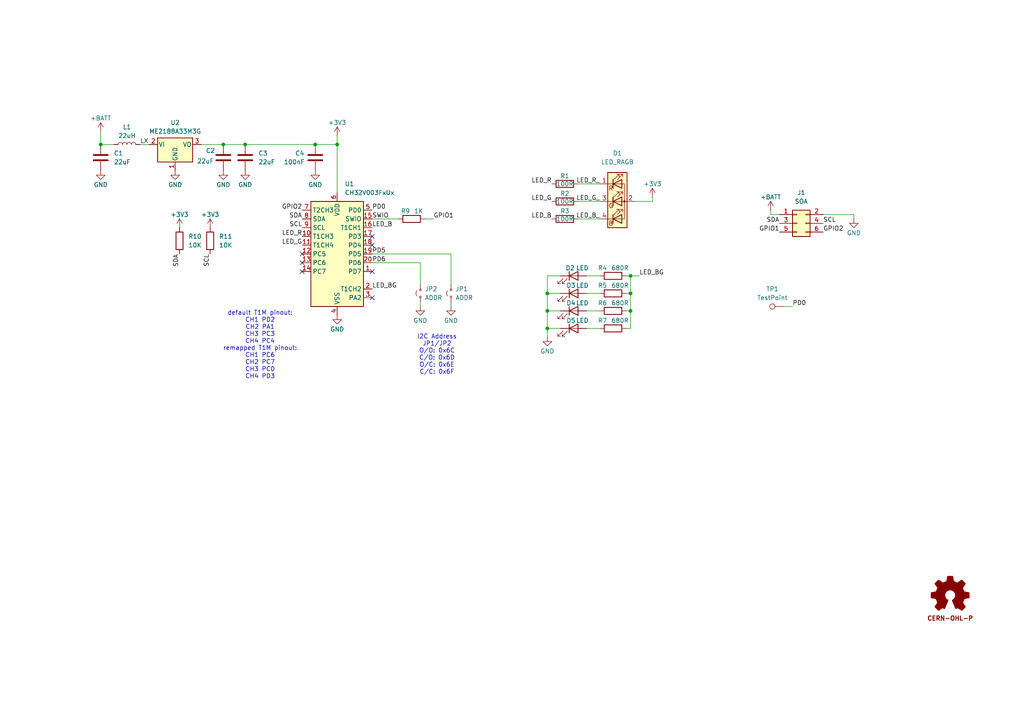
<source format=kicad_sch>
(kicad_sch (version 20231120) (generator "eeschema") (generator_version "8.0")
  (paper "A4")
  (title_block (title "duckJAWS") (date "2024-10-14") (rev "0.2") (company "©2024 Adrian Studer"))
  (lib_symbols
    (symbol "Connector:TestPoint" (pin_numbers hide) (pin_names (offset 0.762) hide)
      (property "Reference" "TP" (at 0 6.858 0))
      (property "Value" "TestPoint" (at 0 5.08 0))
      (symbol "TestPoint_0_1"
        (circle (center 0 3.302) (radius 0.762))
      )
      (symbol "TestPoint_1_1"
        (pin passive line (at 0 0 90) (length 2.54) (name "1") (number "1"))
      )
    )
    (symbol "Connector_Generic:Conn_02x03_Odd_Even" (pin_names (offset 1.016) hide)
      (property "Reference" "J" (at 1.27 5.08 0))
      (property "Value" "Conn_02x03_Odd_Even" (at 1.27 -5.08 0))
      (symbol "Conn_02x03_Odd_Even_1_1"
        (rectangle (start -1.27 -2.413) (end 0 -2.667) (stroke (width 0.1524)))
        (rectangle (start -1.27 0.127) (end 0 -0.127) (stroke (width 0.1524)))
        (rectangle (start -1.27 2.667) (end 0 2.413) (stroke (width 0.1524)))
        (rectangle (start -1.27 3.81) (end 3.81 -3.81) (stroke (width 0.254)) (fill (type background)))
        (rectangle (start 3.81 -2.413) (end 2.54 -2.667) (stroke (width 0.1524)))
        (rectangle (start 3.81 0.127) (end 2.54 -0.127) (stroke (width 0.1524)))
        (rectangle (start 3.81 2.667) (end 2.54 2.413) (stroke (width 0.1524)))
        (pin passive line (at -5.08 2.54 0) (length 3.81) (name "Pin_1") (number "1"))
        (pin passive line (at 7.62 2.54 180) (length 3.81) (name "Pin_2") (number "2"))
        (pin passive line (at -5.08 0 0) (length 3.81) (name "Pin_3") (number "3"))
        (pin passive line (at 7.62 0 180) (length 3.81) (name "Pin_4") (number "4"))
        (pin passive line (at -5.08 -2.54 0) (length 3.81) (name "Pin_5") (number "5"))
        (pin passive line (at 7.62 -2.54 180) (length 3.81) (name "Pin_6") (number "6"))
      )
    )
    (symbol "Device:C" (pin_numbers hide) (pin_names (offset 0.254))
      (property "Reference" "C" (at 0.635 2.54 0))
      (property "Value" "C" (at 0.635 -2.54 0))
      (symbol "C_0_1"
        (polyline (pts (xy -2.032 -0.762) (xy 2.032 -0.762)) (stroke (width 0.508)))
        (polyline (pts (xy -2.032 0.762) (xy 2.032 0.762)) (stroke (width 0.508)))
      )
      (symbol "C_1_1"
        (pin passive line (at 0 3.81 270) (length 2.794) (name "~") (number "1"))
        (pin passive line (at 0 -3.81 90) (length 2.794) (name "~") (number "2"))
      )
    )
    (symbol "Device:L" (pin_numbers hide) (pin_names (offset 1.016) hide)
      (property "Reference" "L" (at -1.27 0 90))
      (property "Value" "L" (at 1.905 0 90))
      (symbol "L_0_1"
        (arc (start 0 -2.54) (mid 0.6323 -1.905) (end 0 -1.27))
        (arc (start 0 -1.27) (mid 0.6323 -0.635) (end 0 0))
        (arc (start 0 0) (mid 0.6323 0.635) (end 0 1.27))
        (arc (start 0 1.27) (mid 0.6323 1.905) (end 0 2.54))
      )
      (symbol "L_1_1"
        (pin passive line (at 0 3.81 270) (length 1.27) (name "1") (number "1"))
        (pin passive line (at 0 -3.81 90) (length 1.27) (name "2") (number "2"))
      )
    )
    (symbol "Device:LED" (pin_numbers hide) (pin_names (offset 1.016) hide)
      (property "Reference" "D" (at 0 2.54 0))
      (property "Value" "LED" (at 0 -2.54 0))
      (symbol "LED_0_1"
        (polyline (pts (xy -1.27 -1.27) (xy -1.27 1.27)) (stroke (width 0.254)))
        (polyline (pts (xy -1.27 0) (xy 1.27 0)))
        (polyline (pts (xy 1.27 -1.27) (xy 1.27 1.27) (xy -1.27 0) (xy 1.27 -1.27)) (stroke (width 0.254)))
        (polyline (pts (xy -3.048 -0.762) (xy -4.572 -2.286) (xy -3.81 -2.286) (xy -4.572 -2.286) (xy -4.572 -1.524)))
        (polyline (pts (xy -1.778 -0.762) (xy -3.302 -2.286) (xy -2.54 -2.286) (xy -3.302 -2.286) (xy -3.302 -1.524)))
      )
      (symbol "LED_1_1"
        (pin passive line (at -3.81 0 0) (length 2.54) (name "K") (number "1"))
        (pin passive line (at 3.81 0 180) (length 2.54) (name "A") (number "2"))
      )
    )
    (symbol "Device:LED_RAGB" (pin_names (offset 0) hide)
      (property "Reference" "D" (at 0 9.398 0))
      (property "Value" "LED_RAGB" (at 0 -8.89 0))
      (symbol "LED_RAGB_0_0"
        (text "B" (at -1.905 -6.35 0) (effects (font (size 1.27 1.27))))
        (text "G" (at -1.905 -1.27 0) (effects (font (size 1.27 1.27))))
        (text "R" (at -1.905 3.81 0) (effects (font (size 1.27 1.27))))
      )
      (symbol "LED_RAGB_0_1"
        (polyline (pts (xy -1.27 -5.08) (xy -2.54 -5.08)))
        (polyline (pts (xy -1.27 -5.08) (xy 1.27 -5.08)))
        (polyline (pts (xy -1.27 -3.81) (xy -1.27 -6.35)) (stroke (width 0.254)))
        (polyline (pts (xy -1.27 0) (xy -2.54 0)))
        (polyline (pts (xy -1.27 1.27) (xy -1.27 -1.27)) (stroke (width 0.254)))
        (polyline (pts (xy -1.27 5.08) (xy -2.54 5.08)))
        (polyline (pts (xy -1.27 5.08) (xy 1.27 5.08)))
        (polyline (pts (xy -1.27 6.35) (xy -1.27 3.81)) (stroke (width 0.254)))
        (polyline (pts (xy 1.27 0) (xy -1.27 0)))
        (polyline (pts (xy 1.27 0) (xy 2.54 0)))
        (polyline (pts (xy -1.27 1.27) (xy -1.27 -1.27) (xy -1.27 -1.27)))
        (polyline (pts (xy -1.27 6.35) (xy -1.27 3.81) (xy -1.27 3.81)))
        (polyline (pts (xy 1.27 -5.08) (xy 2.032 -5.08) (xy 2.032 5.08) (xy 1.27 5.08)))
        (polyline (pts (xy 1.27 -3.81) (xy 1.27 -6.35) (xy -1.27 -5.08) (xy 1.27 -3.81)) (stroke (width 0.254)))
        (polyline (pts (xy 1.27 1.27) (xy 1.27 -1.27) (xy -1.27 0) (xy 1.27 1.27)) (stroke (width 0.254)))
        (polyline (pts (xy 1.27 6.35) (xy 1.27 3.81) (xy -1.27 5.08) (xy 1.27 6.35)) (stroke (width 0.254)))
        (polyline (pts (xy -1.016 -3.81) (xy 0.508 -2.286) (xy -0.254 -2.286) (xy 0.508 -2.286) (xy 0.508 -3.048)))
        (polyline (pts (xy -1.016 1.27) (xy 0.508 2.794) (xy -0.254 2.794) (xy 0.508 2.794) (xy 0.508 2.032)))
        (polyline (pts (xy -1.016 6.35) (xy 0.508 7.874) (xy -0.254 7.874) (xy 0.508 7.874) (xy 0.508 7.112)))
        (polyline (pts (xy 0 -3.81) (xy 1.524 -2.286) (xy 0.762 -2.286) (xy 1.524 -2.286) (xy 1.524 -3.048)))
        (polyline (pts (xy 0 1.27) (xy 1.524 2.794) (xy 0.762 2.794) (xy 1.524 2.794) (xy 1.524 2.032)))
        (polyline (pts (xy 0 6.35) (xy 1.524 7.874) (xy 0.762 7.874) (xy 1.524 7.874) (xy 1.524 7.112)))
        (rectangle (start 1.27 -1.27) (end 1.27 1.27))
        (rectangle (start 1.27 1.27) (end 1.27 1.27))
        (rectangle (start 1.27 3.81) (end 1.27 6.35))
        (rectangle (start 1.27 6.35) (end 1.27 6.35))
        (circle (center 2.032 0) (radius 0.254) (fill (type outline)))
        (rectangle (start 2.794 8.382) (end -2.794 -7.62) (stroke (width 0.254)) (fill (type background)))
      )
      (symbol "LED_RAGB_1_1"
        (pin passive line (at -5.08 5.08 0) (length 2.54) (name "RK") (number "1"))
        (pin passive line (at 5.08 0 180) (length 2.54) (name "A") (number "2"))
        (pin passive line (at -5.08 0 0) (length 2.54) (name "GK") (number "3"))
        (pin passive line (at -5.08 -5.08 0) (length 2.54) (name "BK") (number "4"))
      )
    )
    (symbol "Device:R" (pin_numbers hide) (pin_names (offset 0))
      (property "Reference" "R" (at 2.032 0 90))
      (property "Value" "R" (at 0 0 90))
      (symbol "R_0_1"
        (rectangle (start -1.016 -2.54) (end 1.016 2.54) (stroke (width 0.254)))
      )
      (symbol "R_1_1"
        (pin passive line (at 0 3.81 270) (length 1.27) (name "~") (number "1"))
        (pin passive line (at 0 -3.81 90) (length 1.27) (name "~") (number "2"))
      )
    )
    (symbol "Graphic:Logo_Open_Hardware_Small" (in_bom no) (on_board no)
      (symbol "Logo_Open_Hardware_Small_0_1"
        (polyline (pts (xy 3.3528 -4.3434) (xy 3.302 -4.318) (xy 3.175 -4.2418) (xy 2.9972 -4.1148) (xy 2.7686 -3.9624) (xy 2.54 -3.81) (xy 2.3622 -3.7084) (xy 2.2352 -3.6068) (xy 2.1844 -3.5814) (xy 2.159 -3.6068) (xy 2.0574 -3.6576) (xy 1.905 -3.7338) (xy 1.8034 -3.7846) (xy 1.6764 -3.8354) (xy 1.6002 -3.8354) (xy 1.6002 -3.8354) (xy 1.5494 -3.7338) (xy 1.4732 -3.5306) (xy 1.3462 -3.302) (xy 1.2446 -3.0226) (xy 1.1176 -2.7178) (xy 0.9652 -2.413) (xy 0.8636 -2.1082) (xy 0.7366 -1.8288) (xy 0.6604 -1.6256) (xy 0.6096 -1.4732) (xy 0.5842 -1.397) (xy 0.5842 -1.397) (xy 0.6604 -1.3208) (xy 0.7874 -1.2446) (xy 1.0414 -1.016) (xy 1.2954 -0.6858) (xy 1.4478 -0.3302) (xy 1.524 0.0762) (xy 1.4732 0.4572) (xy 1.3208 0.8128) (xy 1.0668 1.143) (xy 0.762 1.3716) (xy 0.4064 1.524) (xy 0 1.5748) (xy -0.381 1.5494) (xy -0.7366 1.397) (xy -1.0668 1.143) (xy -1.2192 0.9906) (xy -1.397 0.6604) (xy -1.524 0.3048) (xy -1.524 0.2286) (xy -1.4986 -0.1778) (xy -1.397 -0.5334) (xy -1.1938 -0.8636) (xy -0.9144 -1.143) (xy -0.8636 -1.1684) (xy -0.7366 -1.27) (xy -0.635 -1.3462) (xy -0.5842 -1.397) (xy -1.0668 -2.5908) (xy -1.143 -2.794) (xy -1.2954 -3.1242) (xy -1.397 -3.4036) (xy -1.4986 -3.6322) (xy -1.5748 -3.7846) (xy -1.6002 -3.8354) (xy -1.6002 -3.8354) (xy -1.651 -3.8354) (xy -1.7272 -3.81) (xy -1.905 -3.7338) (xy -2.0066 -3.683) (xy -2.1336 -3.6068) (xy -2.2098 -3.5814) (xy -2.2606 -3.6068) (xy -2.3622 -3.683) (xy -2.54 -3.81) (xy -2.7686 -3.9624) (xy -2.9718 -4.0894) (xy -3.1496 -4.2164) (xy -3.302 -4.318) (xy -3.3528 -4.3434) (xy -3.3782 -4.3434) (xy -3.429 -4.318) (xy -3.5306 -4.2164) (xy -3.7084 -4.064) (xy -3.937 -3.8354) (xy -3.9624 -3.81) (xy -4.1656 -3.6068) (xy -4.318 -3.4544) (xy -4.4196 -3.3274) (xy -4.445 -3.2766) (xy -4.445 -3.2766) (xy -4.4196 -3.2258) (xy -4.318 -3.0734) (xy -4.2164 -2.8956) (xy -4.064 -2.667) (xy -3.6576 -2.0828) (xy -3.8862 -1.5494) (xy -3.937 -1.3716) (xy -4.0386 -1.1684) (xy -4.0894 -1.0414) (xy -4.1148 -0.9652) (xy -4.191 -0.9398) (xy -4.318 -0.9144) (xy -4.5466 -0.8636) (xy -4.8006 -0.8128) (xy -5.0546 -0.7874) (xy -5.2578 -0.7366) (xy -5.4356 -0.7112) (xy -5.5118 -0.6858) (xy -5.5118 -0.6858) (xy -5.5372 -0.635) (xy -5.5372 -0.5588) (xy -5.5372 -0.4318) (xy -5.5626 -0.2286) (xy -5.5626 0.0762) (xy -5.5626 0.127) (xy -5.5372 0.4064) (xy -5.5372 0.635) (xy -5.5372 0.762) (xy -5.5372 0.8382) (xy -5.5372 0.8382) (xy -5.461 0.8382) (xy -5.3086 0.889) (xy -5.08 0.9144) (xy -4.826 0.9652) (xy -4.8006 0.9906) (xy -4.5466 1.0414) (xy -4.318 1.0668) (xy -4.1656 1.1176) (xy -4.0894 1.143) (xy -4.0894 1.143) (xy -4.0386 1.2446) (xy -3.9624 1.4224) (xy -3.8608 1.6256) (xy -3.7846 1.8288) (xy -3.7084 2.0066) (xy -3.6576 2.159) (xy -3.6322 2.2098) (xy -3.6322 2.2098) (xy -3.683 2.286) (xy -3.7592 2.413) (xy -3.8862 2.5908) (xy -4.064 2.8194) (xy -4.064 2.8448) (xy -4.2164 3.0734) (xy -4.3434 3.2512) (xy -4.4196 3.3782) (xy -4.445 3.4544) (xy -4.445 3.4544) (xy -4.3942 3.5052) (xy -4.2926 3.6322) (xy -4.1148 3.81) (xy -3.937 4.0132) (xy -3.8608 4.064) (xy -3.6576 4.2926) (xy -3.5052 4.4196) (xy -3.4036 4.4958) (xy -3.3528 4.5212) (xy -3.3528 4.5212) (xy -3.302 4.4704) (xy -3.1496 4.3688) (xy -2.9718 4.2418) (xy -2.7432 4.0894) (xy -2.7178 4.0894) (xy -2.4892 3.937) (xy -2.3114 3.81) (xy -2.1844 3.7084) (xy -2.1336 3.683) (xy -2.1082 3.683) (xy -2.032 3.7084) (xy -1.8542 3.7592) (xy -1.6764 3.8354) (xy -1.4732 3.937) (xy -1.27 4.0132) (xy -1.143 4.064) (xy -1.0668 4.1148) (xy -1.0668 4.1148) (xy -1.0414 4.191) (xy -1.016 4.3434) (xy -0.9652 4.572) (xy -0.9144 4.8514) (xy -0.889 4.9022) (xy -0.8382 5.1562) (xy -0.8128 5.3848) (xy -0.7874 5.5372) (xy -0.762 5.588) (xy -0.7112 5.6134) (xy -0.5842 5.6134) (xy -0.4064 5.6134) (xy -0.1524 5.6134) (xy 0.0762 5.6134) (xy 0.3302 5.6134) (xy 0.5334 5.6134) (xy 0.6858 5.588) (xy 0.7366 5.588) (xy 0.7366 5.588) (xy 0.762 5.5118) (xy 0.8128 5.334) (xy 0.8382 5.1054) (xy 0.9144 4.826) (xy 0.9144 4.7752) (xy 0.9652 4.5212) (xy 1.016 4.2926) (xy 1.0414 4.1402) (xy 1.0668 4.0894) (xy 1.0668 4.0894) (xy 1.1938 4.0386) (xy 1.3716 3.9624) (xy 1.5748 3.8608) (xy 2.0828 3.6576) (xy 2.7178 4.0894) (xy 2.7686 4.1402) (xy 2.9972 4.2926) (xy 3.175 4.4196) (xy 3.302 4.4958) (xy 3.3782 4.5212) (xy 3.3782 4.5212) (xy 3.429 4.4704) (xy 3.556 4.3434) (xy 3.7338 4.191) (xy 3.9116 3.9878) (xy 4.064 3.8354) (xy 4.2418 3.6576) (xy 4.3434 3.556) (xy 4.4196 3.4798) (xy 4.4196 3.429) (xy 4.4196 3.4036) (xy 4.3942 3.3274) (xy 4.2926 3.2004) (xy 4.1656 2.9972) (xy 4.0132 2.794) (xy 3.8862 2.5908) (xy 3.7592 2.3876) (xy 3.6576 2.2352) (xy 3.6322 2.159) (xy 3.6322 2.1336) (xy 3.683 2.0066) (xy 3.7592 1.8288) (xy 3.8608 1.6002) (xy 4.064 1.1176) (xy 4.3942 1.0414) (xy 4.5974 1.016) (xy 4.8768 0.9652) (xy 5.1308 0.9144) (xy 5.5372 0.8382) (xy 5.5626 -0.6604) (xy 5.4864 -0.6858) (xy 5.4356 -0.6858) (xy 5.2832 -0.7366) (xy 5.0546 -0.762) (xy 4.8006 -0.8128) (xy 4.5974 -0.8636) (xy 4.3688 -0.9144) (xy 4.2164 -0.9398) (xy 4.1402 -0.9398) (xy 4.1148 -0.9652) (xy 4.064 -1.0668) (xy 3.9878 -1.2446) (xy 3.9116 -1.4478) (xy 3.81 -1.651) (xy 3.7338 -1.8542) (xy 3.683 -2.0066) (xy 3.6576 -2.0828) (xy 3.683 -2.1336) (xy 3.7846 -2.2606) (xy 3.8862 -2.4638) (xy 4.0386 -2.667) (xy 4.191 -2.8956) (xy 4.318 -3.0734) (xy 4.3942 -3.2004) (xy 4.445 -3.2766) (xy 4.4196 -3.3274) (xy 4.3434 -3.429) (xy 4.1656 -3.5814) (xy 3.937 -3.8354) (xy 3.8862 -3.8608) (xy 3.683 -4.064) (xy 3.5306 -4.2164) (xy 3.4036 -4.318) (xy 3.3528 -4.3434)) (fill (type outline)))
      )
    )
    (symbol "Jumper:Jumper_2_Small_Open" (pin_numbers hide) (pin_names (offset 0) hide) (exclude_from_sim yes)
      (property "Reference" "JP" (at 0 2.794 0))
      (property "Value" "Jumper_2_Small_Open" (at 0 -2.286 0))
      (symbol "Jumper_2_Small_Open_0_0"
        (circle (center -1.016 0) (radius 0.254))
        (circle (center 1.016 0) (radius 0.254))
      )
      (symbol "Jumper_2_Small_Open_0_1"
        (arc (start 0.762 1.0196) (mid 0 1.2729) (end -0.762 1.0196))
      )
      (symbol "Jumper_2_Small_Open_1_1"
        (pin passive line (at -2.54 0 0) (length 1.27) (name "A") (number "1"))
        (pin passive line (at 2.54 0 180) (length 1.27) (name "B") (number "2"))
      )
    )
    (symbol "MCU_WCH_CH32V0:CH32V003FxUx"
      (property "Reference" "U" (at -7.62 17.78 0))
      (property "Value" "CH32V003FxUx" (at 7.62 17.78 0))
      (symbol "CH32V003FxUx_1_1"
        (rectangle (start -7.62 15.24) (end 7.62 -15.24) (stroke (width 0.254)) (fill (type background)))
        (pin bidirectional line (at 10.16 -5.08 180) (length 2.54) (name "PD7") (number "1"))
        (pin bidirectional line (at -10.16 5.08 0) (length 2.54) (name "PC3") (number "10") (alternate "T1CH3" bidirectional line))
        (pin bidirectional line (at -10.16 2.54 0) (length 2.54) (name "PC4") (number "11") (alternate "T1CH4" bidirectional line))
        (pin bidirectional line (at -10.16 0 0) (length 2.54) (name "PC5") (number "12"))
        (pin bidirectional line (at -10.16 -2.54 0) (length 2.54) (name "PC6") (number "13"))
        (pin bidirectional line (at -10.16 -5.08 0) (length 2.54) (name "PC7") (number "14") (alternate "" input line))
        (pin bidirectional line (at 10.16 10.16 180) (length 2.54) (name "PD1") (number "15") (alternate "SWIO" bidirectional line))
        (pin bidirectional line (at 10.16 7.62 180) (length 2.54) (name "PD2") (number "16") (alternate "T1CH1" bidirectional line))
        (pin bidirectional line (at 10.16 5.08 180) (length 2.54) (name "PD3") (number "17"))
        (pin bidirectional line (at 10.16 2.54 180) (length 2.54) (name "PD4") (number "18") (alternate "" input line))
        (pin bidirectional line (at 10.16 0 180) (length 2.54) (name "PD5") (number "19"))
        (pin bidirectional line (at 10.16 -10.16 180) (length 2.54) (name "PA1") (number "2") (alternate "T1CH2" bidirectional line))
        (pin bidirectional line (at 10.16 -2.54 180) (length 2.54) (name "PD6") (number "20"))
        (pin passive line (at 0 -17.78 90) (length 2.54) hide (name "VSS") (number "21"))
        (pin bidirectional line (at 10.16 -12.7 180) (length 2.54) (name "PA2") (number "3") (alternate "" input line))
        (pin power_in line (at 0 -17.78 90) (length 2.54) (name "VSS") (number "4"))
        (pin bidirectional line (at 10.16 12.7 180) (length 2.54) (name "PD0") (number "5") (alternate "" input line))
        (pin power_in line (at 0 17.78 270) (length 2.54) (name "VDD") (number "6"))
        (pin bidirectional line (at -10.16 12.7 0) (length 2.54) (name "PC0") (number "7") (alternate "T2CH3" bidirectional line))
        (pin bidirectional line (at -10.16 10.16 0) (length 2.54) (name "PC1") (number "8") (alternate "SDA" bidirectional line))
        (pin bidirectional line (at -10.16 7.62 0) (length 2.54) (name "PC2") (number "9") (alternate "SCL" bidirectional line))
      )
    )
    (symbol "Regulator_Linear:TPS7A0508PDBZ" (pin_names (offset 0.254))
      (property "Reference" "U2" (at 0 6.35 0))
      (property "Value" "ME2188A33M3G" (at 0 3.81 0))
      (symbol "TPS7A0508PDBZ_0_1"
        (rectangle (start -5.08 -5.08) (end 5.08 1.905) (stroke (width 0.254)) (fill (type background)))
      )
      (symbol "TPS7A0508PDBZ_1_1"
        (pin power_in line (at 0 -7.62 90) (length 2.54) (name "GND") (number "1"))
        (pin power_in line (at -7.62 0 0) (length 2.54) (name "VI") (number "2"))
        (pin power_out line (at 7.62 0 180) (length 2.54) (name "VO") (number "3"))
      )
    )
    (symbol "power:+3V3" (power) (pin_numbers hide) (pin_names (offset 0) hide)
      (property "Value" "+3V3" (at 0 3.556 0))
      (symbol "+3V3_0_1"
        (polyline (pts (xy -0.762 1.27) (xy 0 2.54)))
        (polyline (pts (xy 0 0) (xy 0 2.54)))
        (polyline (pts (xy 0 2.54) (xy 0.762 1.27)))
      )
      (symbol "+3V3_1_1"
        (pin power_in line (at 0 0 90) (length 0) (name "~") (number "1"))
      )
    )
    (symbol "power:+BATT" (power) (pin_numbers hide) (pin_names (offset 0) hide)
      (property "Value" "+BATT" (at 0 3.556 0))
      (symbol "+BATT_0_1"
        (polyline (pts (xy -0.762 1.27) (xy 0 2.54)))
        (polyline (pts (xy 0 0) (xy 0 2.54)))
        (polyline (pts (xy 0 2.54) (xy 0.762 1.27)))
      )
      (symbol "+BATT_1_1"
        (pin power_in line (at 0 0 90) (length 0) (name "~") (number "1"))
      )
    )
    (symbol "power:GND" (power) (pin_numbers hide) (pin_names (offset 0) hide)
      (property "Value" "GND" (at 0 -3.81 0))
      (symbol "GND_0_1"
        (polyline (pts (xy 0 0) (xy 0 -1.27) (xy 1.27 -1.27) (xy 0 -2.54) (xy -1.27 -1.27) (xy 0 -1.27)))
      )
      (symbol "GND_1_1"
        (pin power_in line (at 0 0 270) (length 0) (name "~") (number "1"))
      )
    )
  )
  (junction (at 64.77 41.91))
  (junction (at 158.75 95.25))
  (junction (at 182.88 80.01))
  (junction (at 182.88 90.17))
  (junction (at 97.79 41.91))
  (junction (at 158.75 90.17))
  (junction (at 29.21 41.91))
  (junction (at 182.88 85.09))
  (junction (at 71.12 41.91))
  (junction (at 91.44 41.91))
  (junction (at 158.75 85.09))
  (no_connect (at 87.63 78.74))
  (no_connect (at 107.95 78.74))
  (no_connect (at 107.95 71.12))
  (no_connect (at 107.95 86.36))
  (no_connect (at 87.63 76.2))
  (no_connect (at 107.95 68.58))
  (no_connect (at 87.63 73.66))
  (wire (pts (xy 29.21 41.91) (xy 33.02 41.91)))
  (wire (pts (xy 123.19 63.5) (xy 125.73 63.5)))
  (wire (pts (xy 181.61 95.25) (xy 182.88 95.25)))
  (wire (pts (xy 170.18 85.09) (xy 173.99 85.09)))
  (wire (pts (xy 189.23 58.42) (xy 184.15 58.42)))
  (wire (pts (xy 121.92 87.63) (xy 121.92 88.9)))
  (wire (pts (xy 130.81 73.66) (xy 130.81 82.55)))
  (wire (pts (xy 170.18 95.25) (xy 173.99 95.25)))
  (wire (pts (xy 130.81 87.63) (xy 130.81 88.9)))
  (wire (pts (xy 130.81 73.66) (xy 107.95 73.66)))
  (wire (pts (xy 158.75 85.09) (xy 162.56 85.09)))
  (wire (pts (xy 158.75 95.25) (xy 158.75 90.17)))
  (wire (pts (xy 29.21 38.1) (xy 29.21 41.91)))
  (wire (pts (xy 182.88 80.01) (xy 185.42 80.01)))
  (wire (pts (xy 158.75 90.17) (xy 162.56 90.17)))
  (wire (pts (xy 64.77 41.91) (xy 71.12 41.91)))
  (wire (pts (xy 181.61 90.17) (xy 182.88 90.17)))
  (wire (pts (xy 181.61 85.09) (xy 182.88 85.09)))
  (wire (pts (xy 97.79 39.37) (xy 97.79 41.91)))
  (wire (pts (xy 247.65 62.23) (xy 247.65 63.5)))
  (wire (pts (xy 223.52 62.23) (xy 223.52 60.96)))
  (wire (pts (xy 58.42 41.91) (xy 64.77 41.91)))
  (wire (pts (xy 97.79 55.88) (xy 97.79 41.91)))
  (wire (pts (xy 107.95 63.5) (xy 115.57 63.5)))
  (wire (pts (xy 167.64 53.34) (xy 173.99 53.34)))
  (wire (pts (xy 158.75 97.79) (xy 158.75 95.25)))
  (wire (pts (xy 182.88 90.17) (xy 182.88 85.09)))
  (wire (pts (xy 158.75 80.01) (xy 162.56 80.01)))
  (wire (pts (xy 158.75 90.17) (xy 158.75 85.09)))
  (wire (pts (xy 182.88 95.25) (xy 182.88 90.17)))
  (wire (pts (xy 238.76 62.23) (xy 247.65 62.23)))
  (wire (pts (xy 40.64 41.91) (xy 43.18 41.91)))
  (wire (pts (xy 167.64 63.5) (xy 173.99 63.5)))
  (wire (pts (xy 121.92 76.2) (xy 121.92 82.55)))
  (wire (pts (xy 71.12 41.91) (xy 91.44 41.91)))
  (wire (pts (xy 167.64 58.42) (xy 173.99 58.42)))
  (wire (pts (xy 158.75 95.25) (xy 162.56 95.25)))
  (wire (pts (xy 189.23 57.15) (xy 189.23 58.42)))
  (wire (pts (xy 182.88 85.09) (xy 182.88 80.01)))
  (wire (pts (xy 121.92 76.2) (xy 107.95 76.2)))
  (wire (pts (xy 227.33 88.9) (xy 229.87 88.9)))
  (wire (pts (xy 97.79 41.91) (xy 91.44 41.91)))
  (wire (pts (xy 170.18 80.01) (xy 173.99 80.01)))
  (wire (pts (xy 173.99 90.17) (xy 170.18 90.17)))
  (wire (pts (xy 226.06 62.23) (xy 223.52 62.23)))
  (wire (pts (xy 181.61 80.01) (xy 182.88 80.01)))
  (wire (pts (xy 158.75 85.09) (xy 158.75 80.01)))
  (text "I2C Address\nJP1/JP2\nO/O: 0x6C\nC/O: 0x6D\nO/C: 0x6E\nC/C: 0x6F\n" (at 126.746 102.87 0) (effects (font (size 1.27 1.27))))
  (text "default T1M pinout:\nCH1 PD2\nCH2 PA1\nCH3 PC3\nCH4 PC4\nremapped T1M pinout:\nCH1 PC6\nCH2 PC7\nCH3 PC0\nCH4 PD3" (at 75.438 100.076 0) (effects (font (size 1.27 1.27))))
  (text "CERN-OHL-P" (at 275.59 179.578 0) (effects (font (size 1.27 1.27) (thickness 0.254) (bold yes))))
  (label "LED_B" (at 107.95 66.04 0))
  (label "LED_BG" (at 107.95 83.82 0))
  (label "LED_R" (at 160.02 53.34 180))
  (label "PD5" (at 107.95 73.66 0))
  (label "SCL" (at 60.96 73.66 270))
  (label "LED_G_" (at 173.99 58.42 180))
  (label "LED_BG" (at 185.42 80.01 0))
  (label "LED_G" (at 87.63 71.12 180))
  (label "GPIO1" (at 226.06 67.31 180))
  (label "PD0" (at 229.87 88.9 0))
  (label "LED_B_" (at 173.99 63.5 180))
  (label "LED_R_" (at 173.99 53.34 180))
  (label "SDA" (at 226.06 64.77 180))
  (label "SWIO" (at 107.95 63.5 0))
  (label "LED_G" (at 160.02 58.42 180))
  (label "LED_R" (at 87.63 68.58 180))
  (label "PD0" (at 107.95 60.96 0))
  (label "GPIO2" (at 238.76 67.31 0))
  (label "LX" (at 40.64 41.91 0))
  (label "GPIO1" (at 125.73 63.5 0))
  (label "SDA" (at 87.63 63.5 180))
  (label "SDA" (at 52.07 73.66 270))
  (label "LED_B" (at 160.02 63.5 180))
  (label "SCL" (at 238.76 64.77 0))
  (label "PD6" (at 107.95 76.2 0))
  (label "GPIO2" (at 87.63 60.96 180))
  (label "SCL" (at 87.63 66.04 180))
  (symbol (lib_id "Device:LED") (at 166.37 90.17 0) (unit 1)
    (property "Reference" "D4" (at 165.608 87.884 0))
    (property "Value" "LED" (at 168.91 87.884 0))
    (property "Footprint" "LED_SMD:LED_Kingbright_APA1606_1.6x0.6mm_Horizontal" (effects (hide yes)))
    (property "Description" "Light emitting diode" (effects (hide yes)))
    (property "LCSC" "C409793" (effects (hide yes)))
  )
  (symbol (lib_id "power:GND") (at 64.77 49.53 0) (unit 1)
    (property "Reference" "#PWR06" (effects (hide yes)))
    (property "Value" "GND" (at 64.77 53.594 0))
    (property "Description" "Power symbol creates a global label with name \"GND\" , ground" (effects (hide yes)))
  )
  (symbol (lib_id "power:+3V3") (at 52.07 66.04 0) (unit 1)
    (property "Reference" "#PWR011" (effects (hide yes)))
    (property "Value" "+3V3" (at 52.07 62.23 0))
    (property "Description" "Power symbol creates a global label with name \"+3V3\"" (effects (hide yes)))
  )
  (symbol (lib_id "power:+3V3") (at 60.96 66.04 0) (unit 1)
    (property "Reference" "#PWR012" (effects (hide yes)))
    (property "Value" "+3V3" (at 60.96 62.23 0))
    (property "Description" "Power symbol creates a global label with name \"+3V3\"" (effects (hide yes)))
  )
  (symbol (lib_id "power:+3V3") (at 97.79 39.37 0) (unit 1)
    (property "Reference" "#PWR09" (effects (hide yes)))
    (property "Value" "+3V3" (at 97.79 35.56 0))
    (property "Description" "Power symbol creates a global label with name \"+3V3\"" (effects (hide yes)))
  )
  (symbol (lib_id "Device:R") (at 163.83 63.5 90) (unit 1)
    (property "Reference" "R3" (at 163.83 61.214 90))
    (property "Value" "100R" (at 163.83 63.5 90))
    (property "Footprint" "Resistor_SMD:R_0603_1608Metric" (effects (hide yes)))
    (property "Description" "Resistor" (effects (hide yes)))
    (property "LCSC" "C22775" (effects (hide yes)))
  )
  (symbol (lib_id "Device:R") (at 177.8 95.25 90) (unit 1)
    (property "Reference" "R7" (at 174.752 92.964 90))
    (property "Value" "680R" (at 179.832 92.964 90))
    (property "Footprint" "Resistor_SMD:R_0603_1608Metric" (effects (hide yes)))
    (property "Description" "Resistor" (effects (hide yes)))
    (property "LCSC" "C23228" (effects (hide yes)))
  )
  (symbol (lib_id "Device:R") (at 163.83 53.34 90) (unit 1)
    (property "Reference" "R1" (at 163.83 51.054 90))
    (property "Value" "100R" (at 163.83 53.34 90))
    (property "Footprint" "Resistor_SMD:R_0603_1608Metric" (effects (hide yes)))
    (property "Description" "Resistor" (effects (hide yes)))
    (property "LCSC" "C22775" (effects (hide yes)))
  )
  (symbol (lib_id "power:+BATT") (at 29.21 38.1 0) (unit 1)
    (property "Reference" "#PWR02" (effects (hide yes)))
    (property "Value" "+BATT" (at 29.21 34.29 0))
    (property "Description" "Power symbol creates a global label with name \"+BATT\"" (effects (hide yes)))
  )
  (symbol (lib_id "Device:R") (at 177.8 85.09 90) (unit 1)
    (property "Reference" "R5" (at 174.752 82.804 90))
    (property "Value" "680R" (at 179.832 82.804 90))
    (property "Footprint" "Resistor_SMD:R_0603_1608Metric" (effects (hide yes)))
    (property "Description" "Resistor" (effects (hide yes)))
    (property "LCSC" "C23228" (effects (hide yes)))
  )
  (symbol (lib_id "Device:R") (at 60.96 69.85 0) (unit 1)
    (property "Reference" "R11" (at 63.5 68.5799 0) (effects (justify left)))
    (property "Value" "10K" (at 63.5 71.1199 0) (effects (justify left)))
    (property "Footprint" "Resistor_SMD:R_0603_1608Metric" (effects (hide yes)))
    (property "Description" "Resistor" (effects (hide yes)))
    (property "LCSC" "C25804" (effects (hide yes)))
  )
  (symbol (lib_id "Device:C") (at 91.44 45.72 0) (unit 1)
    (property "Reference" "C4" (at 85.598 44.45 0) (effects (justify left)))
    (property "Value" "100nF" (at 82.296 46.99 0) (effects (justify left)))
    (property "Footprint" "Capacitor_SMD:C_0603_1608Metric" (effects (hide yes)))
    (property "Description" "Unpolarized capacitor" (effects (hide yes)))
    (property "LCSC" "C14663" (effects (hide yes)))
  )
  (symbol (lib_id "Connector:TestPoint") (at 227.33 88.9 90) (unit 1)
    (property "Reference" "TP1" (at 224.028 83.82 90))
    (property "Value" "TestPoint" (at 224.028 86.36 90))
    (property "Footprint" "TestPoint:TestPoint_Pad_D1.0mm" (effects (hide yes)))
    (property "Description" "test point" (effects (hide yes)))
  )
  (symbol (lib_id "power:GND") (at 91.44 49.53 0) (unit 1)
    (property "Reference" "#PWR08" (effects (hide yes)))
    (property "Value" "GND" (at 91.44 53.594 0))
    (property "Description" "Power symbol creates a global label with name \"GND\" , ground" (effects (hide yes)))
  )
  (symbol (lib_id "Device:R") (at 177.8 80.01 90) (unit 1)
    (property "Reference" "R4" (at 174.752 77.724 90))
    (property "Value" "680R" (at 179.832 77.724 90))
    (property "Footprint" "Resistor_SMD:R_0603_1608Metric" (effects (hide yes)))
    (property "Description" "Resistor" (effects (hide yes)))
    (property "LCSC" "C23228" (effects (hide yes)))
  )
  (symbol (lib_id "power:GND") (at 71.12 49.53 0) (unit 1)
    (property "Reference" "#PWR016" (effects (hide yes)))
    (property "Value" "GND" (at 71.12 53.594 0))
    (property "Description" "Power symbol creates a global label with name \"GND\" , ground" (effects (hide yes)))
  )
  (symbol (lib_id "power:+BATT") (at 223.52 60.96 0) (unit 1)
    (property "Reference" "#PWR01" (effects (hide yes)))
    (property "Value" "+BATT" (at 223.52 57.15 0))
    (property "Description" "Power symbol creates a global label with name \"+BATT\"" (effects (hide yes)))
  )
  (symbol (lib_id "Device:L") (at 36.83 41.91 90) (unit 1)
    (property "Reference" "L1" (at 36.83 36.83 90))
    (property "Value" "22uH" (at 36.83 39.37 90))
    (property "Footprint" "Inductor_SMD:L_Changjiang_FNR3012S" (effects (hide yes)))
    (property "Description" "Inductor" (effects (hide yes)))
    (property "LCSC" "C167732" (effects (hide yes)))
  )
  (symbol (lib_id "MCU_WCH_CH32V0:CH32V003FxUx") (at 97.79 73.66 0) (unit 1)
    (property "Reference" "U1" (at 99.9841 53.34 0) (effects (justify left)))
    (property "Value" "CH32V003FxUx" (at 99.9841 55.88 0) (effects (justify left)))
    (property "Footprint" "Package_DFN_QFN:QFN-20-1EP_3x3mm_P0.4mm_EP1.65x1.65mm" (effects (hide yes)))
    (property "Datasheet" "https://www.wch-ic.com/products/CH32V003.html" (effects (hide yes)))
    (property "Description" "CH32V003 series are industrial-grade general-purpose microcontrollers designed based on 32-bit RISC-V instruction set and architecture. It adopts QingKe V2A core, RV32EC instruction set, and supports 2 levels of interrupt nesting. The series are mounted with rich peripheral interfaces and function modules. Its internal organizational structure meets the low-cost and low-power embedded application scenarios." (effects (hide yes)))
    (property "LCSC" "C5299908" (effects (hide yes)))
    (pin "5" (alternate "PD0"))
    (pin "16" (alternate "T1CH1"))
    (pin "7" (alternate "T2CH3"))
    (pin "18" (alternate "PD4"))
    (pin "8" (alternate "SDA"))
    (pin "2" (alternate "T1CH2"))
    (pin "10" (alternate "T1CH3"))
    (pin "9" (alternate "SCL"))
    (pin "11" (alternate "T1CH4"))
    (pin "14" (alternate "PC7"))
    (pin "15" (alternate "SWIO"))
    (pin "3" (alternate "PA2"))
  )
  (symbol (lib_id "Device:R") (at 177.8 90.17 90) (unit 1)
    (property "Reference" "R6" (at 174.752 87.884 90))
    (property "Value" "680R" (at 179.832 87.884 90))
    (property "Footprint" "Resistor_SMD:R_0603_1608Metric" (effects (hide yes)))
    (property "Description" "Resistor" (effects (hide yes)))
    (property "LCSC" "C23228" (effects (hide yes)))
  )
  (symbol (lib_id "Device:R") (at 119.38 63.5 90) (unit 1)
    (property "Reference" "R9" (at 117.602 61.214 90))
    (property "Value" "1K" (at 121.412 61.214 90))
    (property "Footprint" "Resistor_SMD:R_0603_1608Metric" (effects (hide yes)))
    (property "Description" "Resistor" (effects (hide yes)))
    (property "LCSC" "C21190" (effects (hide yes)))
  )
  (symbol (lib_id "Jumper:Jumper_2_Small_Open") (at 130.81 85.09 90) (unit 1) (exclude_from_sim yes)
    (property "Reference" "JP1" (at 132.08 83.8199 90) (effects (justify right)))
    (property "Value" "ADDR" (at 132.08 86.3599 90) (effects (justify right)))
    (property "Footprint" "Jumper:SolderJumper-2_P1.3mm_Open_RoundedPad1.0x1.5mm" (effects (hide yes)))
    (property "Description" "Jumper, 2-pole, small symbol, open" (effects (hide yes)))
  )
  (symbol (lib_id "Regulator_Linear:TPS7A0508PDBZ") (at 50.8 41.91 0) (unit 1)
    (property "Reference" "U2" (at 50.8 35.56 0))
    (property "Value" "ME2188A33M3G" (at 50.8 38.1 0))
    (property "Footprint" "Package_TO_SOT_SMD:SOT-23" (effects (hide yes)))
    (property "Datasheet" "https://www.ti.com/lit/ds/symlink/tps7a05.pdf" (effects (hide yes)))
    (property "Description" "200-mA Ultra-Low-Iq LDO, 0.8V, SOT-23-3" (effects (hide yes)))
    (property "LCSC" "C111932" (effects (hide yes)))
  )
  (symbol (lib_id "power:GND") (at 130.81 88.9 0) (unit 1)
    (property "Reference" "#PWR015" (effects (hide yes)))
    (property "Value" "GND" (at 130.81 92.964 0))
    (property "Description" "Power symbol creates a global label with name \"GND\" , ground" (effects (hide yes)))
  )
  (symbol (lib_id "power:+3V3") (at 189.23 57.15 0) (unit 1)
    (property "Reference" "#PWR013" (effects (hide yes)))
    (property "Value" "+3V3" (at 189.23 53.34 0))
    (property "Description" "Power symbol creates a global label with name \"+3V3\"" (effects (hide yes)))
  )
  (symbol (lib_id "Device:LED_RAGB") (at 179.07 58.42 0) (unit 1)
    (property "Reference" "D1" (at 179.07 44.45 0))
    (property "Value" "LED_RAGB" (at 179.07 46.99 0))
    (property "Footprint" "footprints:LED_D5.0mm-4_RGB_single-side" (effects (hide yes)))
    (property "Description" "RGB LED, red/anode/green/blue" (effects (hide yes)))
  )
  (symbol (lib_id "power:GND") (at 97.79 91.44 0) (unit 1)
    (property "Reference" "#PWR04" (effects (hide yes)))
    (property "Value" "GND" (at 97.79 95.504 0))
    (property "Description" "Power symbol creates a global label with name \"GND\" , ground" (effects (hide yes)))
  )
  (symbol (lib_id "power:GND") (at 158.75 97.79 0) (unit 1)
    (property "Reference" "#PWR010" (effects (hide yes)))
    (property "Value" "GND" (at 158.75 101.854 0))
    (property "Description" "Power symbol creates a global label with name \"GND\" , ground" (effects (hide yes)))
  )
  (symbol (lib_id "power:GND") (at 121.92 88.9 0) (unit 1)
    (property "Reference" "#PWR014" (effects (hide yes)))
    (property "Value" "GND" (at 121.92 92.964 0))
    (property "Description" "Power symbol creates a global label with name \"GND\" , ground" (effects (hide yes)))
  )
  (symbol (lib_id "Device:LED") (at 166.37 85.09 0) (unit 1)
    (property "Reference" "D3" (at 165.608 82.804 0))
    (property "Value" "LED" (at 168.91 82.804 0))
    (property "Footprint" "LED_SMD:LED_Kingbright_APA1606_1.6x0.6mm_Horizontal" (effects (hide yes)))
    (property "Description" "Light emitting diode" (effects (hide yes)))
    (property "LCSC" "C409793" (effects (hide yes)))
  )
  (symbol (lib_id "Device:C") (at 29.21 45.72 0) (unit 1)
    (property "Reference" "C1" (at 33.02 44.4499 0) (effects (justify left)))
    (property "Value" "22uF" (at 33.02 46.9899 0) (effects (justify left)))
    (property "Footprint" "Capacitor_SMD:C_0805_2012Metric" (effects (hide yes)))
    (property "Description" "Unpolarized capacitor" (effects (hide yes)))
    (property "LCSC" "C45783" (effects (hide yes)))
  )
  (symbol (lib_id "Graphic:Logo_Open_Hardware_Small") (at 275.59 172.72 0) (unit 1) (exclude_from_sim yes) (in_bom no) (on_board no)
    (property "Reference" "#SYM1" (effects (hide yes)))
    (property "Value" "Logo_Open_Hardware_Small" (effects (hide yes)))
    (property "Description" "Open Hardware logo, small" (effects (hide yes)))
  )
  (symbol (lib_id "Device:C") (at 64.77 45.72 0) (unit 1)
    (property "Reference" "C2" (at 59.69 43.688 0) (effects (justify left)))
    (property "Value" "22uF" (at 57.15 46.736 0) (effects (justify left)))
    (property "Footprint" "Capacitor_SMD:C_0805_2012Metric" (effects (hide yes)))
    (property "Description" "Unpolarized capacitor" (effects (hide yes)))
    (property "LCSC" "C45783" (effects (hide yes)))
  )
  (symbol (lib_id "Jumper:Jumper_2_Small_Open") (at 121.92 85.09 90) (unit 1) (exclude_from_sim yes)
    (property "Reference" "JP2" (at 123.19 83.8199 90) (effects (justify right)))
    (property "Value" "ADDR" (at 123.19 86.3599 90) (effects (justify right)))
    (property "Footprint" "Jumper:SolderJumper-2_P1.3mm_Open_RoundedPad1.0x1.5mm" (effects (hide yes)))
    (property "Description" "Jumper, 2-pole, small symbol, open" (effects (hide yes)))
  )
  (symbol (lib_id "Device:LED") (at 166.37 80.01 0) (unit 1)
    (property "Reference" "D2" (at 165.354 77.724 0))
    (property "Value" "LED" (at 168.91 77.724 0))
    (property "Footprint" "LED_SMD:LED_Kingbright_APA1606_1.6x0.6mm_Horizontal" (effects (hide yes)))
    (property "Description" "Light emitting diode" (effects (hide yes)))
    (property "LCSC" "C409793" (effects (hide yes)))
  )
  (symbol (lib_id "power:GND") (at 29.21 49.53 0) (unit 1)
    (property "Reference" "#PWR07" (effects (hide yes)))
    (property "Value" "GND" (at 29.21 53.594 0))
    (property "Description" "Power symbol creates a global label with name \"GND\" , ground" (effects (hide yes)))
  )
  (symbol (lib_id "power:GND") (at 247.65 63.5 0) (unit 1)
    (property "Reference" "#PWR03" (effects (hide yes)))
    (property "Value" "GND" (at 247.65 67.564 0))
    (property "Description" "Power symbol creates a global label with name \"GND\" , ground" (effects (hide yes)))
  )
  (symbol (lib_id "Device:C") (at 71.12 45.72 0) (unit 1)
    (property "Reference" "C3" (at 74.93 44.4499 0) (effects (justify left)))
    (property "Value" "22uF" (at 74.93 46.9899 0) (effects (justify left)))
    (property "Footprint" "Capacitor_SMD:C_0805_2012Metric" (effects (hide yes)))
    (property "Description" "Unpolarized capacitor" (effects (hide yes)))
    (property "LCSC" "C45783" (effects (hide yes)))
  )
  (symbol (lib_id "power:GND") (at 50.8 49.53 0) (unit 1)
    (property "Reference" "#PWR05" (effects (hide yes)))
    (property "Value" "GND" (at 50.8 53.594 0))
    (property "Description" "Power symbol creates a global label with name \"GND\" , ground" (effects (hide yes)))
  )
  (symbol (lib_id "Device:R") (at 163.83 58.42 90) (unit 1)
    (property "Reference" "R2" (at 163.83 56.134 90))
    (property "Value" "100R" (at 163.83 58.42 90))
    (property "Footprint" "Resistor_SMD:R_0603_1608Metric" (effects (hide yes)))
    (property "Description" "Resistor" (effects (hide yes)))
    (property "LCSC" "C22775" (effects (hide yes)))
  )
  (symbol (lib_id "Connector_Generic:Conn_02x03_Odd_Even") (at 231.14 64.77 0) (unit 1)
    (property "Reference" "J1" (at 232.41 55.88 0))
    (property "Value" "SOA" (at 232.41 58.42 0))
    (property "Footprint" "Connector_PinHeader_2.54mm:PinHeader_2x03_P2.54mm_Vertical_SMD" (effects (hide yes)))
    (property "Description" "Generic connector, double row, 02x03, odd/even pin numbering scheme (row 1 odd numbers, row 2 even numbers), script generated (kicad-library-utils/schlib/autogen/connector/)" (effects (hide yes)))
    (property "LCSC" "C5160777" (effects (hide yes)))
  )
  (symbol (lib_id "Device:LED") (at 166.37 95.25 0) (unit 1)
    (property "Reference" "D5" (at 165.608 92.964 0))
    (property "Value" "LED" (at 168.91 92.964 0))
    (property "Footprint" "LED_SMD:LED_Kingbright_APA1606_1.6x0.6mm_Horizontal" (effects (hide yes)))
    (property "Description" "Light emitting diode" (effects (hide yes)))
    (property "LCSC" "C409793" (effects (hide yes)))
  )
  (symbol (lib_id "Device:R") (at 52.07 69.85 0) (unit 1)
    (property "Reference" "R10" (at 54.61 68.5799 0) (effects (justify left)))
    (property "Value" "10K" (at 54.61 71.1199 0) (effects (justify left)))
    (property "Footprint" "Resistor_SMD:R_0603_1608Metric" (effects (hide yes)))
    (property "Description" "Resistor" (effects (hide yes)))
    (property "LCSC" "C25804" (effects (hide yes)))
  )
)
</source>
